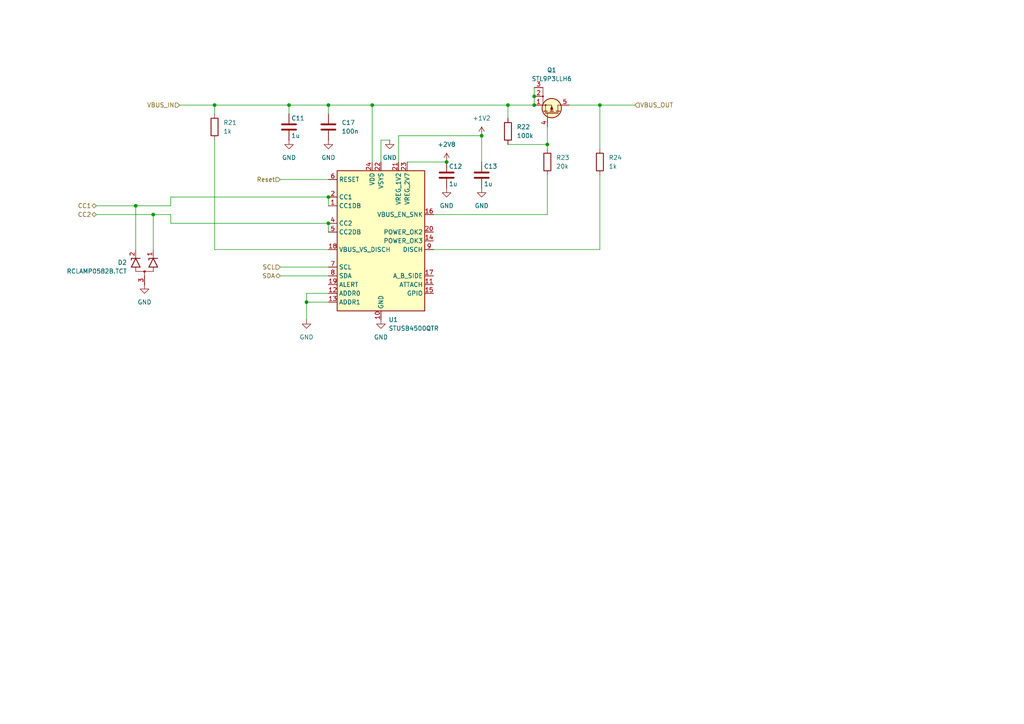
<source format=kicad_sch>
(kicad_sch (version 20231120) (generator "eeschema") (generator_version "8.0")
  (paper "A4")
  (lib_symbols
    (symbol "Frank PartDB Library:STL9P3LLH6" (pin_names hide) (exclude_from_sim yes)
      (property "Reference" "Q" (at 5.08 1.27 0))
      (property "Value" "STL9P3LLH6" (at 5.08 -1.27 0))
      (symbol "STL9P3LLH6_0_1"
        (polyline (pts (xy 0.254 -1.905) (xy 0.254 1.905)) (stroke (width 0.254)))
        (polyline (pts (xy 0.254 1.27) (xy -2.54 1.27)))
        (polyline (pts (xy 0.762 -2.286) (xy 0.762 -1.27)) (stroke (width 0.254)))
        (polyline (pts (xy 0.762 -1.778) (xy 2.54 -1.778)))
        (polyline (pts (xy 0.762 -0.508) (xy 0.762 0.508)) (stroke (width 0.254)))
        (polyline (pts (xy 0.762 1.27) (xy 0.762 2.286)) (stroke (width 0.254)))
        (polyline (pts (xy 0.762 1.778) (xy 2.54 1.778)))
        (polyline (pts (xy 2.54 -2.54) (xy 2.54 -1.778)))
        (polyline (pts (xy 2.54 2.54) (xy 7.62 2.54)))
        (polyline (pts (xy 2.54 2.54) (xy 2.54 0) (xy 0.762 0)))
        (polyline (pts (xy 2.286 0) (xy 1.27 -0.381) (xy 1.27 0.381) (xy 2.286 0)) (fill (type outline)))
        (circle (center 5.08 2.54) (radius 0.1778) (fill (type outline)))
      )
      (symbol "STL9P3LLH6_1_1"
        (circle (center 1.651 0) (radius 2.794) (stroke (width 0.254)) (fill (type background)))
        (circle (center 2.54 1.778) (radius 0.1778) (fill (type outline)))
        (pin passive line (at 2.54 5.08 270) (length 2.54) (name "S") (number "1"))
        (pin passive line (at 5.08 5.08 270) (length 2.54) (name "S") (number "2"))
        (pin passive line (at 7.62 5.08 270) (length 2.54) (name "S") (number "3"))
        (pin input line (at -3.81 1.27 0) (length 2.54) (name "G") (number "4"))
        (pin passive line (at 2.54 -5.08 90) (length 2.54) (name "D") (number "5"))
      )
    )
    (symbol "Frank PartDB Library:STUSB4500QTR" (exclude_from_sim yes)
      (property "Reference" "U" (at -12.7 21.59 0))
      (property "Value" "STUSB4500QTR" (at 8.89 -21.59 0))
      (symbol "STUSB4500QTR_0_1"
        (rectangle (start -12.7 20.32) (end 12.7 -20.32) (stroke (width 0.254)) (fill (type background)))
      )
      (symbol "STUSB4500QTR_1_1"
        (pin bidirectional line (at -15.24 10.16 0) (length 2.54) (name "CC1DB") (number "1"))
        (pin power_in line (at 0 -22.86 90) (length 2.54) (name "GND") (number "10"))
        (pin open_collector line (at 15.24 -12.7 180) (length 2.54) (name "ATTACH") (number "11"))
        (pin input line (at -15.24 -15.24 0) (length 2.54) (name "ADDR0") (number "12"))
        (pin input line (at -15.24 -17.78 0) (length 2.54) (name "ADDR1") (number "13"))
        (pin open_collector line (at 15.24 0 180) (length 2.54) (name "POWER_OK3") (number "14"))
        (pin open_collector line (at 15.24 -15.24 180) (length 2.54) (name "GPIO") (number "15"))
        (pin open_collector line (at 15.24 7.62 180) (length 2.54) (name "VBUS_EN_SNK") (number "16"))
        (pin open_collector line (at 15.24 -10.16 180) (length 2.54) (name "A_B_SIDE") (number "17"))
        (pin input line (at -15.24 -2.54 0) (length 2.54) (name "VBUS_VS_DISCH") (number "18"))
        (pin open_collector line (at -15.24 -12.7 0) (length 2.54) (name "ALERT") (number "19"))
        (pin bidirectional line (at -15.24 12.7 0) (length 2.54) (name "CC1") (number "2"))
        (pin open_collector line (at 15.24 2.54 180) (length 2.54) (name "POWER_OK2") (number "20"))
        (pin power_out line (at 5.08 22.86 270) (length 2.54) (name "VREG_1V2") (number "21"))
        (pin power_in line (at 0 22.86 270) (length 2.54) (name "VSYS") (number "22"))
        (pin power_out line (at 7.62 22.86 270) (length 2.54) (name "VREG_2V7") (number "23"))
        (pin power_in line (at -2.54 22.86 270) (length 2.54) (name "VDD") (number "24"))
        (pin passive line (at 0 -22.86 90) (length 2.54) hide (name "GND") (number "25"))
        (pin no_connect line (at -12.7 15.24 0) (length 2.54) hide (name "NC") (number "3"))
        (pin bidirectional line (at -15.24 5.08 0) (length 2.54) (name "CC2") (number "4"))
        (pin bidirectional line (at -15.24 2.54 0) (length 2.54) (name "CC2DB") (number "5"))
        (pin input line (at -15.24 17.78 0) (length 2.54) (name "RESET") (number "6"))
        (pin input line (at -15.24 -7.62 0) (length 2.54) (name "SCL") (number "7"))
        (pin bidirectional line (at -15.24 -10.16 0) (length 2.54) (name "SDA") (number "8"))
        (pin bidirectional line (at 15.24 -2.54 180) (length 2.54) (name "DISCH") (number "9"))
      )
    )
    (symbol "frank_partdb:CR0603AFX-1001ELF" (pin_numbers hide) (pin_names (offset 0))
      (property "Reference" "R" (at 2.032 0 90))
      (property "Value" "1k" (at 0 0 90))
      (symbol "CR0603AFX-1001ELF_0_1"
        (rectangle (start -1.016 -2.54) (end 1.016 2.54) (stroke (width 0.254)))
      )
      (symbol "CR0603AFX-1001ELF_1_1"
        (pin passive line (at 0 3.81 270) (length 1.27) (name "~") (number "1"))
        (pin passive line (at 0 -3.81 90) (length 1.27) (name "~") (number "2"))
      )
    )
    (symbol "frank_partdb:ERJ-2RKF1003X" (pin_numbers hide) (pin_names (offset 0))
      (property "Reference" "R" (at 2.032 0 90))
      (property "Value" "100k" (at 0 0 90))
      (symbol "ERJ-2RKF1003X_0_1"
        (rectangle (start -1.016 -2.54) (end 1.016 2.54) (stroke (width 0.254)))
      )
      (symbol "ERJ-2RKF1003X_1_1"
        (pin passive line (at 0 3.81 270) (length 1.27) (name "~") (number "1"))
        (pin passive line (at 0 -3.81 90) (length 1.27) (name "~") (number "2"))
      )
    )
    (symbol "frank_partdb:ERJ-2RKF2002X" (pin_numbers hide) (pin_names (offset 0))
      (property "Reference" "R" (at 2.032 0 90))
      (property "Value" "20k" (at 0 0 90))
      (symbol "ERJ-2RKF2002X_0_1"
        (rectangle (start -1.016 -2.54) (end 1.016 2.54) (stroke (width 0.254)))
      )
      (symbol "ERJ-2RKF2002X_1_1"
        (pin passive line (at 0 3.81 270) (length 1.27) (name "~") (number "1"))
        (pin passive line (at 0 -3.81 90) (length 1.27) (name "~") (number "2"))
      )
    )
    (symbol "frank_partdb:GCM155R71H104KE02J" (pin_numbers hide) (pin_names (offset 0.254)) (exclude_from_sim yes)
      (property "Reference" "C" (at 0.635 2.54 0))
      (property "Value" "100n" (at 0.635 -2.54 0))
      (symbol "GCM155R71H104KE02J_0_1"
        (polyline (pts (xy -2.032 -0.762) (xy 2.032 -0.762)) (stroke (width 0.508)))
        (polyline (pts (xy -2.032 0.762) (xy 2.032 0.762)) (stroke (width 0.508)))
      )
      (symbol "GCM155R71H104KE02J_1_1"
        (pin passive line (at 0 3.81 270) (length 2.794) (name "~") (number "1"))
        (pin passive line (at 0 -3.81 90) (length 2.794) (name "~") (number "2"))
      )
    )
    (symbol "frank_partdb:GRT188R61H105KE13D" (pin_numbers hide) (pin_names (offset 0.254)) (exclude_from_sim yes)
      (property "Reference" "C" (at 0.635 2.54 0))
      (property "Value" "1u" (at 0.635 -2.54 0))
      (symbol "GRT188R61H105KE13D_0_1"
        (polyline (pts (xy -2.032 -0.762) (xy 2.032 -0.762)) (stroke (width 0.508)))
        (polyline (pts (xy -2.032 0.762) (xy 2.032 0.762)) (stroke (width 0.508)))
      )
      (symbol "GRT188R61H105KE13D_1_1"
        (pin passive line (at 0 3.81 270) (length 2.794) (name "~") (number "1"))
        (pin passive line (at 0 -3.81 90) (length 2.794) (name "~") (number "2"))
      )
    )
    (symbol "frank_partdb:RCLAMP0582B.TCT" (pin_names hide)
      (property "Reference" "D" (at 0 5.08 0))
      (property "Value" "RCLAMP0582B.TCT" (at 0 -5.08 0))
      (symbol "RCLAMP0582B.TCT_0_1"
        (polyline (pts (xy -2.54 0) (xy -1.27 0)))
        (polyline (pts (xy -1.27 2.54) (xy -1.27 -2.54)))
        (polyline (pts (xy 0 2.54) (xy -1.27 2.54)) (stroke (width 0.1524)))
        (polyline (pts (xy 2.54 3.81) (xy 2.54 1.27) (xy 2.032 1.27)) (stroke (width 0.254)))
        (polyline (pts (xy 0 1.27) (xy 0 3.81) (xy 2.54 2.54) (xy 0 1.27)) (stroke (width 0.254)))
        (pin passive line (at -5.08 0 0) (length 2.54) (name "A") (number "3"))
      )
      (symbol "RCLAMP0582B.TCT_1_1"
        (circle (center -1.27 0) (radius 0.254) (fill (type outline)))
        (polyline (pts (xy 0 -2.54) (xy -1.27 -2.54)) (stroke (width 0.1524)))
        (polyline (pts (xy 2.54 -1.27) (xy 2.54 -3.81) (xy 2.032 -3.81)) (stroke (width 0.254)))
        (polyline (pts (xy 0 -3.81) (xy 0 -1.27) (xy 2.54 -2.54) (xy 0 -3.81)) (stroke (width 0.254)))
        (pin passive line (at 5.08 2.54 180) (length 2.54) (name "K1") (number "1"))
        (pin passive line (at 5.08 -2.54 180) (length 2.54) (name "K2") (number "2"))
      )
    )
    (symbol "power:+1V2" (power) (pin_numbers hide) (pin_names (offset 0) hide)
      (property "Value" "+1V2" (at 0 3.556 0))
      (symbol "+1V2_0_1"
        (polyline (pts (xy -0.762 1.27) (xy 0 2.54)))
        (polyline (pts (xy 0 0) (xy 0 2.54)))
        (polyline (pts (xy 0 2.54) (xy 0.762 1.27)))
      )
      (symbol "+1V2_1_1"
        (pin power_in line (at 0 0 90) (length 0) (name "~") (number "1"))
      )
    )
    (symbol "power:+2V8" (power) (pin_numbers hide) (pin_names (offset 0) hide)
      (property "Value" "+2V8" (at 0 3.556 0))
      (symbol "+2V8_0_1"
        (polyline (pts (xy -0.762 1.27) (xy 0 2.54)))
        (polyline (pts (xy 0 0) (xy 0 2.54)))
        (polyline (pts (xy 0 2.54) (xy 0.762 1.27)))
      )
      (symbol "+2V8_1_1"
        (pin power_in line (at 0 0 90) (length 0) (name "~") (number "1"))
      )
    )
    (symbol "power:GND" (power) (pin_numbers hide) (pin_names (offset 0) hide)
      (property "Value" "GND" (at 0 -3.81 0))
      (symbol "GND_0_1"
        (polyline (pts (xy 0 0) (xy 0 -1.27) (xy 1.27 -1.27) (xy 0 -2.54) (xy -1.27 -1.27) (xy 0 -1.27)))
      )
      (symbol "GND_1_1"
        (pin power_in line (at 0 0 270) (length 0) (name "~") (number "1"))
      )
    )
  )
  (junction (at 158.75 41.91))
  (junction (at 88.9 87.63))
  (junction (at 107.95 30.48))
  (junction (at 139.7 39.37))
  (junction (at 95.25 30.48))
  (junction (at 39.37 59.69))
  (junction (at 83.82 30.48))
  (junction (at 147.32 30.48))
  (junction (at 44.45 62.23))
  (junction (at 154.94 27.94))
  (junction (at 154.94 30.48))
  (junction (at 129.54 46.99))
  (junction (at 95.25 64.77))
  (junction (at 62.23 30.48))
  (junction (at 95.25 57.15))
  (junction (at 173.99 30.48))
  (wire (pts (xy 44.45 62.23) (xy 49.53 62.23)))
  (wire (pts (xy 107.95 30.48) (xy 147.32 30.48)))
  (wire (pts (xy 125.73 62.23) (xy 158.75 62.23)))
  (wire (pts (xy 95.25 64.77) (xy 95.25 67.31)))
  (wire (pts (xy 27.94 62.23) (xy 44.45 62.23)))
  (wire (pts (xy 154.94 27.94) (xy 154.94 30.48)))
  (wire (pts (xy 95.25 64.77) (xy 49.53 64.77)))
  (wire (pts (xy 115.57 39.37) (xy 139.7 39.37)))
  (wire (pts (xy 147.32 30.48) (xy 147.32 34.29)))
  (wire (pts (xy 62.23 30.48) (xy 62.23 33.02)))
  (wire (pts (xy 158.75 62.23) (xy 158.75 50.8)))
  (wire (pts (xy 49.53 64.77) (xy 49.53 62.23)))
  (wire (pts (xy 118.11 46.99) (xy 129.54 46.99)))
  (wire (pts (xy 44.45 62.23) (xy 44.45 72.39)))
  (wire (pts (xy 52.07 30.48) (xy 62.23 30.48)))
  (wire (pts (xy 165.1 30.48) (xy 173.99 30.48)))
  (wire (pts (xy 81.28 77.47) (xy 95.25 77.47)))
  (wire (pts (xy 62.23 30.48) (xy 83.82 30.48)))
  (wire (pts (xy 88.9 87.63) (xy 88.9 92.71)))
  (wire (pts (xy 173.99 50.8) (xy 173.99 72.39)))
  (wire (pts (xy 95.25 72.39) (xy 62.23 72.39)))
  (wire (pts (xy 139.7 39.37) (xy 139.7 46.99)))
  (wire (pts (xy 81.28 52.07) (xy 95.25 52.07)))
  (wire (pts (xy 115.57 46.99) (xy 115.57 39.37)))
  (wire (pts (xy 49.53 59.69) (xy 49.53 57.15)))
  (wire (pts (xy 95.25 30.48) (xy 95.25 33.02)))
  (wire (pts (xy 27.94 59.69) (xy 39.37 59.69)))
  (wire (pts (xy 107.95 30.48) (xy 107.95 46.99)))
  (wire (pts (xy 173.99 30.48) (xy 173.99 43.18)))
  (wire (pts (xy 39.37 59.69) (xy 49.53 59.69)))
  (wire (pts (xy 81.28 80.01) (xy 95.25 80.01)))
  (wire (pts (xy 83.82 30.48) (xy 83.82 33.02)))
  (wire (pts (xy 173.99 30.48) (xy 184.15 30.48)))
  (wire (pts (xy 62.23 72.39) (xy 62.23 40.64)))
  (wire (pts (xy 173.99 72.39) (xy 125.73 72.39)))
  (wire (pts (xy 95.25 57.15) (xy 95.25 59.69)))
  (wire (pts (xy 49.53 57.15) (xy 95.25 57.15)))
  (wire (pts (xy 88.9 87.63) (xy 95.25 87.63)))
  (wire (pts (xy 95.25 85.09) (xy 88.9 85.09)))
  (wire (pts (xy 95.25 30.48) (xy 107.95 30.48)))
  (wire (pts (xy 158.75 41.91) (xy 158.75 43.18)))
  (wire (pts (xy 39.37 59.69) (xy 39.37 72.39)))
  (wire (pts (xy 110.49 40.64) (xy 110.49 46.99)))
  (wire (pts (xy 158.75 36.83) (xy 158.75 41.91)))
  (wire (pts (xy 154.94 30.48) (xy 147.32 30.48)))
  (wire (pts (xy 88.9 85.09) (xy 88.9 87.63)))
  (wire (pts (xy 83.82 30.48) (xy 95.25 30.48)))
  (wire (pts (xy 154.94 25.4) (xy 154.94 27.94)))
  (wire (pts (xy 113.03 40.64) (xy 110.49 40.64)))
  (wire (pts (xy 147.32 41.91) (xy 158.75 41.91)))
  (hierarchical_label "VBUS_OUT" (shape input) (at 184.15 30.48 0))
  (hierarchical_label "SDA" (shape bidirectional) (at 81.28 80.01 180))
  (hierarchical_label "Reset" (shape input) (at 81.28 52.07 180))
  (hierarchical_label "CC1" (shape bidirectional) (at 27.94 59.69 180))
  (hierarchical_label "CC2" (shape bidirectional) (at 27.94 62.23 180))
  (hierarchical_label "SCL" (shape input) (at 81.28 77.47 180))
  (hierarchical_label "VBUS_IN" (shape input) (at 52.07 30.48 180))
  (symbol (lib_id "frank_partdb:GRT188R61H105KE13D") (at 129.54 50.8 0) (unit 1) (exclude_from_sim yes)
    (property "Reference" "C12" (at 130.175 48.26 0) (effects (justify left)))
    (property "Value" "1u" (at 130.175 53.34 0) (effects (justify left)))
    (property "Footprint" "Capacitor_SMD:C_0603_1608Metric" (effects (hide yes)))
    (property "Datasheet" "http://partdb.franks.dascheese.online/en/part/58/info" (effects (hide yes)))
    (property "Description" "1 µF ±10% 50V Ceramic Capacitor X5R 0603 (1608 Metric)" (effects (hide yes)))
    (property "Category" "Capacitors/MLCC" (effects (hide yes)))
    (property "MPN" "GRT188R61H105KE13D" (effects (hide yes)))
    (property "Manufacturer" "Murata Electronics" (effects (hide yes)))
    (property "Manufacturing Status" "Active" (effects (hide yes)))
    (property "Part-DB Footprint" "0603" (effects (hide yes)))
    (property "Part-DB ID" "58" (effects (hide yes)))
  )
  (symbol (lib_id "power:GND") (at 41.91 82.55 0) (unit 1)
    (property "Reference" "#PWR021" (effects (hide yes)))
    (property "Value" "GND" (at 41.91 87.63 0))
    (property "Description" "Power symbol creates a global label with name \"GND\" , ground" (effects (hide yes)))
  )
  (symbol (lib_id "power:GND") (at 139.7 54.61 0) (unit 1)
    (property "Reference" "#PWR0116" (effects (hide yes)))
    (property "Value" "GND" (at 139.7 59.69 0))
    (property "Description" "Power symbol creates a global label with name \"GND\" , ground" (effects (hide yes)))
  )
  (symbol (lib_id "frank_partdb:ERJ-2RKF1003X") (at 147.32 38.1 0) (unit 1)
    (property "Reference" "R22" (at 149.86 36.8299 0) (effects (justify left)))
    (property "Value" "100k" (at 149.86 39.3699 0) (effects (justify left)))
    (property "Footprint" "Resistor_SMD:R_0402_1005Metric" (effects (hide yes)))
    (property "Datasheet" "http://partdb.franks.dascheese.online/en/part/34/info" (effects (hide yes)))
    (property "Description" "100 kOhms ±1% 0.1W, 1/10W Chip Resistor 0402 (1005 Metric) Automotive AEC-Q200 Thick Film" (effects (hide yes)))
    (property "Category" "Resistors" (effects (hide yes)))
    (property "MPN" "ERJ-2RKF1003X" (effects (hide yes)))
    (property "Manufacturer" "Panasonic Electronic Components" (effects (hide yes)))
    (property "Manufacturing Status" "Active" (effects (hide yes)))
    (property "Part-DB Footprint" "0402" (effects (hide yes)))
    (property "Part-DB ID" "34" (effects (hide yes)))
  )
  (symbol (lib_id "power:GND") (at 88.9 92.71 0) (unit 1)
    (property "Reference" "#PWR0113" (effects (hide yes)))
    (property "Value" "GND" (at 88.9 97.79 0))
    (property "Description" "Power symbol creates a global label with name \"GND\" , ground" (effects (hide yes)))
  )
  (symbol (lib_id "frank_partdb:CR0603AFX-1001ELF") (at 173.99 46.99 0) (unit 1)
    (property "Reference" "R24" (at 176.53 45.7199 0) (effects (justify left)))
    (property "Value" "1k" (at 176.53 48.2599 0) (effects (justify left)))
    (property "Footprint" "Resistor_SMD:R_0603_1608Metric" (effects (hide yes)))
    (property "Datasheet" "http://partdb.franks.dascheese.online/en/part/18/info" (effects (hide yes)))
    (property "Description" "1 kOhms ±1% 0.1W, 1/10W Chip Resistor 0603 (1608 Metric) Automotive AEC-Q200 Thick Film" (effects (hide yes)))
    (property "Category" "Resistors" (effects (hide yes)))
    (property "MPN" "CR0603AFX-1001ELF" (effects (hide yes)))
    (property "Manufacturer" "Bourns Inc." (effects (hide yes)))
    (property "Manufacturing Status" "Active" (effects (hide yes)))
    (property "Part-DB Footprint" "0603" (effects (hide yes)))
    (property "Part-DB ID" "18" (effects (hide yes)))
  )
  (symbol (lib_id "power:+1V2") (at 139.7 39.37 0) (unit 1)
    (property "Reference" "#PWR0115" (effects (hide yes)))
    (property "Value" "+1V2" (at 139.7 34.29 0))
    (property "Description" "Power symbol creates a global label with name \"+1V2\"" (effects (hide yes)))
  )
  (symbol (lib_id "frank_partdb:CR0603AFX-1001ELF") (at 62.23 36.83 0) (unit 1)
    (property "Reference" "R21" (at 64.77 35.5599 0) (effects (justify left)))
    (property "Value" "1k" (at 64.77 38.0999 0) (effects (justify left)))
    (property "Footprint" "Resistor_SMD:R_0603_1608Metric" (effects (hide yes)))
    (property "Datasheet" "http://partdb.franks.dascheese.online/en/part/18/info" (effects (hide yes)))
    (property "Description" "1 kOhms ±1% 0.1W, 1/10W Chip Resistor 0603 (1608 Metric) Automotive AEC-Q200 Thick Film" (effects (hide yes)))
    (property "Category" "Resistors" (effects (hide yes)))
    (property "MPN" "CR0603AFX-1001ELF" (effects (hide yes)))
    (property "Manufacturer" "Bourns Inc." (effects (hide yes)))
    (property "Manufacturing Status" "Active" (effects (hide yes)))
    (property "Part-DB Footprint" "0603" (effects (hide yes)))
    (property "Part-DB ID" "18" (effects (hide yes)))
  )
  (symbol (lib_id "frank_partdb:GRT188R61H105KE13D") (at 139.7 50.8 0) (unit 1) (exclude_from_sim yes)
    (property "Reference" "C13" (at 140.335 48.26 0) (effects (justify left)))
    (property "Value" "1u" (at 140.335 53.34 0) (effects (justify left)))
    (property "Footprint" "Capacitor_SMD:C_0603_1608Metric" (effects (hide yes)))
    (property "Datasheet" "http://partdb.franks.dascheese.online/en/part/58/info" (effects (hide yes)))
    (property "Description" "1 µF ±10% 50V Ceramic Capacitor X5R 0603 (1608 Metric)" (effects (hide yes)))
    (property "Category" "Capacitors/MLCC" (effects (hide yes)))
    (property "MPN" "GRT188R61H105KE13D" (effects (hide yes)))
    (property "Manufacturer" "Murata Electronics" (effects (hide yes)))
    (property "Manufacturing Status" "Active" (effects (hide yes)))
    (property "Part-DB Footprint" "0603" (effects (hide yes)))
    (property "Part-DB ID" "58" (effects (hide yes)))
  )
  (symbol (lib_id "power:GND") (at 95.25 40.64 0) (unit 1)
    (property "Reference" "#PWR06" (effects (hide yes)))
    (property "Value" "GND" (at 95.25 45.72 0))
    (property "Description" "Power symbol creates a global label with name \"GND\" , ground" (effects (hide yes)))
  )
  (symbol (lib_id "Frank PartDB Library:STL9P3LLH6") (at 160.02 33.02 90) (unit 1) (exclude_from_sim yes)
    (property "Reference" "Q1" (at 160.02 20.32 90))
    (property "Value" "STL9P3LLH6" (at 160.02 22.86 90))
    (property "Footprint" "PCM_PartyWagon112_Package_SON:ST_PowerFlat-8" (effects (hide yes)))
    (property "Datasheet" "http://partdb.franks.dascheese.online/en/part/53/info" (effects (hide yes)))
    (property "Description" "P-Channel 30 V 9A (Tc) 3W (Ta) Surface Mount PowerFlat™ (3.3x3.3)" (effects (hide yes)))
    (property "Category" "Transistors/FET" (effects (hide yes)))
    (property "MPN" "STL9P3LLH6" (effects (hide yes)))
    (property "Manufacturer" "STMicroelectronics" (effects (hide yes)))
    (property "Manufacturing Status" "Active" (effects (hide yes)))
    (property "Part-DB Footprint" "PowerFlat™ (3.3x3.3)" (effects (hide yes)))
    (property "Part-DB ID" "53" (effects (hide yes)))
  )
  (symbol (lib_id "frank_partdb:GCM155R71H104KE02J") (at 95.25 36.83 0) (unit 1) (exclude_from_sim yes)
    (property "Reference" "C17" (at 99.06 35.5599 0) (effects (justify left)))
    (property "Value" "100n" (at 99.06 38.0999 0) (effects (justify left)))
    (property "Footprint" "Capacitor_SMD:C_0402_1005Metric" (effects (hide yes)))
    (property "Datasheet" "http://partdb.franks.dascheese.online/en/part/60/info" (effects (hide yes)))
    (property "Description" "0.1 µF ±10% 50V Ceramic Capacitor X7R 0402 (1005 Metric)" (effects (hide yes)))
    (property "Category" "Capacitors/MLCC" (effects (hide yes)))
    (property "MPN" "GCM155R71H104KE02J" (effects (hide yes)))
    (property "Manufacturer" "Murata Electronics" (effects (hide yes)))
    (property "Manufacturing Status" "Active" (effects (hide yes)))
    (property "Part-DB Footprint" "0402" (effects (hide yes)))
    (property "Part-DB ID" "60" (effects (hide yes)))
  )
  (symbol (lib_id "power:+2V8") (at 129.54 46.99 0) (unit 1)
    (property "Reference" "#PWR0119" (effects (hide yes)))
    (property "Value" "+2V8" (at 129.54 41.91 0))
    (property "Description" "Power symbol creates a global label with name \"+2V8\"" (effects (hide yes)))
  )
  (symbol (lib_id "frank_partdb:ERJ-2RKF2002X") (at 158.75 46.99 0) (unit 1)
    (property "Reference" "R23" (at 161.29 45.7199 0) (effects (justify left)))
    (property "Value" "20k" (at 161.29 48.2599 0) (effects (justify left)))
    (property "Footprint" "Resistor_SMD:R_0402_1005Metric" (effects (hide yes)))
    (property "Datasheet" "http://partdb.franks.dascheese.online/en/part/57/info" (effects (hide yes)))
    (property "Description" "20 kOhms ±1% 0.1W, 1/10W Chip Resistor 0402 (1005 Metric) Automotive AEC-Q200 Thick Film" (effects (hide yes)))
    (property "Category" "Resistors" (effects (hide yes)))
    (property "MPN" "ERJ-2RKF2002X" (effects (hide yes)))
    (property "Manufacturer" "Panasonic Electronic Components" (effects (hide yes)))
    (property "Manufacturing Status" "Active" (effects (hide yes)))
    (property "Part-DB Footprint" "0402" (effects (hide yes)))
    (property "Part-DB ID" "57" (effects (hide yes)))
  )
  (symbol (lib_id "Frank PartDB Library:STUSB4500QTR") (at 110.49 69.85 0) (unit 1) (exclude_from_sim yes)
    (property "Reference" "U1" (at 112.6841 92.71 0) (effects (justify left)))
    (property "Value" "STUSB4500QTR" (at 112.6841 95.25 0) (effects (justify left)))
    (property "Footprint" "Package_DFN_QFN:QFN-24-1EP_4x4mm_P0.5mm_EP2.7x2.7mm_ThermalVias" (effects (hide yes)))
    (property "Datasheet" "http://partdb.franks.dascheese.online/en/part/52/info" (effects (hide yes)))
    (property "Description" "USB Controller USB 2.0 I2C Interface 24-QFN (4x4)" (effects (hide yes)))
    (property "Category" "Integrated" (effects (hide yes)))
    (property "MPN" "STUSB4500QTR" (effects (hide yes)))
    (property "Manufacturer" "STMicroelectronics" (effects (hide yes)))
    (property "Manufacturing Status" "Active" (effects (hide yes)))
    (property "Part-DB Footprint" "24-QFN (4x4)" (effects (hide yes)))
    (property "Part-DB ID" "52" (effects (hide yes)))
  )
  (symbol (lib_id "frank_partdb:RCLAMP0582B.TCT") (at 41.91 77.47 270) (mirror x) (unit 1)
    (property "Reference" "D2" (at 36.83 76.1364 90) (effects (justify right)))
    (property "Value" "RCLAMP0582B.TCT" (at 36.83 78.6764 90) (effects (justify right)))
    (property "Footprint" "Package_TO_SOT_SMD:SOT-416" (effects (hide yes)))
    (property "Datasheet" "http://partdb.franks.dascheese.online/en/part/77/info" (effects (hide yes)))
    (property "Description" "20V Clamp 15A (8/20µs) Ipp Tvs Diode Surface Mount SC-75 (SOT523)" (effects (hide yes)))
    (property "Category" "Diodes/TVS" (effects (hide yes)))
    (property "MPN" "RCLAMP0582B.TCT" (effects (hide yes)))
    (property "Manufacturer" "Semtech Corporation" (effects (hide yes)))
    (property "Manufacturing Status" "Active" (effects (hide yes)))
    (property "Part-DB Footprint" "SC-75 (SOT523)" (effects (hide yes)))
    (property "Part-DB ID" "77" (effects (hide yes)))
  )
  (symbol (lib_id "frank_partdb:GRT188R61H105KE13D") (at 83.82 36.83 0) (unit 1) (exclude_from_sim yes)
    (property "Reference" "C11" (at 84.455 34.29 0) (effects (justify left)))
    (property "Value" "1u" (at 84.455 39.37 0) (effects (justify left)))
    (property "Footprint" "Capacitor_SMD:C_0603_1608Metric" (effects (hide yes)))
    (property "Datasheet" "http://partdb.franks.dascheese.online/en/part/58/info" (effects (hide yes)))
    (property "Description" "1 µF ±10% 50V Ceramic Capacitor X5R 0603 (1608 Metric)" (effects (hide yes)))
    (property "Category" "Capacitors/MLCC" (effects (hide yes)))
    (property "MPN" "GRT188R61H105KE13D" (effects (hide yes)))
    (property "Manufacturer" "Murata Electronics" (effects (hide yes)))
    (property "Manufacturing Status" "Active" (effects (hide yes)))
    (property "Part-DB Footprint" "0603" (effects (hide yes)))
    (property "Part-DB ID" "58" (effects (hide yes)))
  )
  (symbol (lib_id "power:GND") (at 113.03 40.64 0) (unit 1)
    (property "Reference" "#PWR0118" (effects (hide yes)))
    (property "Value" "GND" (at 113.03 45.72 0))
    (property "Description" "Power symbol creates a global label with name \"GND\" , ground" (effects (hide yes)))
  )
  (symbol (lib_id "power:GND") (at 110.49 92.71 0) (unit 1)
    (property "Reference" "#PWR0114" (effects (hide yes)))
    (property "Value" "GND" (at 110.49 97.79 0))
    (property "Description" "Power symbol creates a global label with name \"GND\" , ground" (effects (hide yes)))
  )
  (symbol (lib_id "power:GND") (at 83.82 40.64 0) (unit 1)
    (property "Reference" "#PWR0112" (effects (hide yes)))
    (property "Value" "GND" (at 83.82 45.72 0))
    (property "Description" "Power symbol creates a global label with name \"GND\" , ground" (effects (hide yes)))
  )
  (symbol (lib_id "power:GND") (at 129.54 54.61 0) (unit 1)
    (property "Reference" "#PWR0117" (effects (hide yes)))
    (property "Value" "GND" (at 129.54 59.69 0))
    (property "Description" "Power symbol creates a global label with name \"GND\" , ground" (effects (hide yes)))
  )
)
</source>
